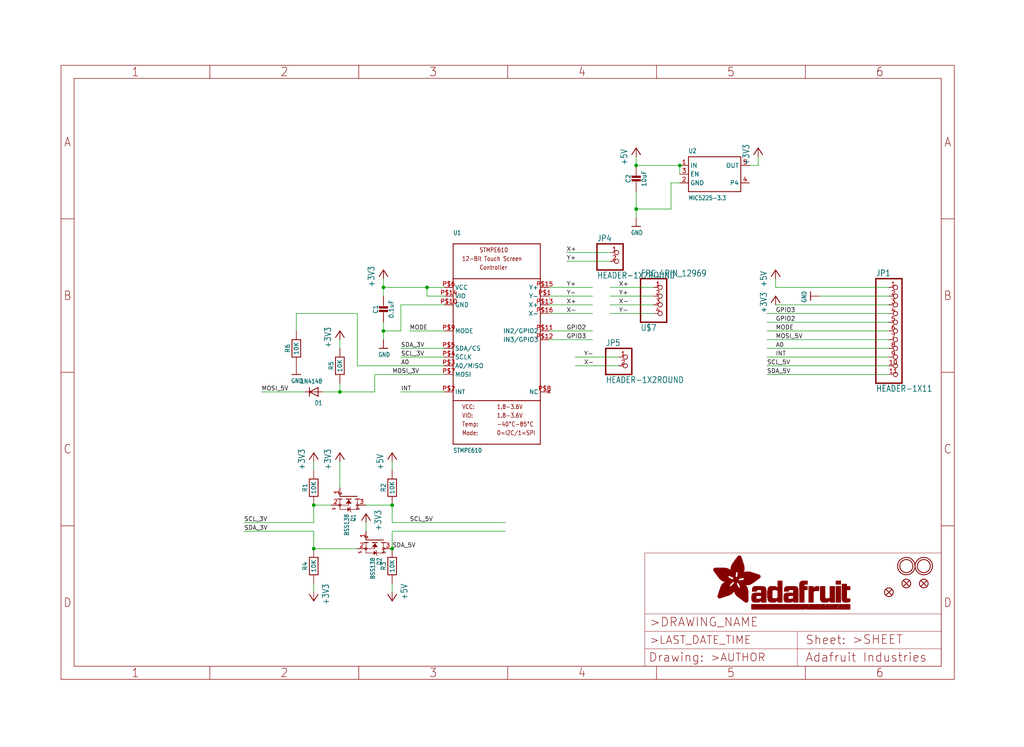
<source format=kicad_sch>
(kicad_sch (version 20211123) (generator eeschema)
  (paper "User" 298.45 217.881)
  (lib_symbols
    (symbol "eagleSchem-eagle-import:+3V3" (power)
      (property "Value" "+3V3" (at -2.54 -5.08 90))
      (symbol "+3V3_1_0"
        (pin power_in line (at 0 -2.54 90) (length 2.54) (name "+3V3") (number "1"))
      )
    )
    (symbol "eagleSchem-eagle-import:+5V" (power)
      (property "Value" "+5V" (at -2.54 -5.08 90))
      (symbol "+5V_1_0"
        (pin power_in line (at 0 -2.54 90) (length 2.54) (name "+5V") (number "1"))
      )
    )
    (symbol "eagleSchem-eagle-import:CAP_CERAMIC0805-NOOUTLINE"
      (property "Reference" "C" (at -2.29 1.25 90))
      (property "Value" "CAP_CERAMIC0805-NOOUTLINE" (at 2.3 1.25 90))
      (symbol "CAP_CERAMIC0805-NOOUTLINE_1_0"
        (pin passive line (at 0 5.08 270) (length 2.54) (name "1") (number "1"))
        (pin passive line (at 0 -2.54 90) (length 2.54) (name "2") (number "2"))
      )
    )
    (symbol "eagleSchem-eagle-import:DIODESOD-323F"
      (property "Reference" "D" (at -2.54 2.54 0))
      (property "Value" "DIODESOD-323F" (at -2.54 -3.81 0))
      (symbol "DIODESOD-323F_1_0"
        (pin passive line (at -2.54 0 0) (length 2.54) (name "A") (number "A"))
        (pin passive line (at 2.54 0 180) (length 2.54) (name "C") (number "C"))
      )
    )
    (symbol "eagleSchem-eagle-import:FIDUCIAL{dblquote}{dblquote}")
    (symbol "eagleSchem-eagle-import:FPC_4PIN_12969"
      (property "Value" "FPC_4PIN_12969" (at -6.35 -7.62 0))
      (symbol "FPC_4PIN_12969_1_0"
        (pin passive inverted (at -2.54 -2.54 0) (length 2.54) (name "4") (number "1"))
        (pin passive inverted (at -2.54 0 0) (length 2.54) (name "3") (number "2"))
        (pin passive inverted (at -2.54 2.54 0) (length 2.54) (name "2") (number "3"))
        (pin passive inverted (at -2.54 5.08 0) (length 2.54) (name "1") (number "4"))
      )
    )
    (symbol "eagleSchem-eagle-import:FRAME_A4_ADAFRUIT"
      (symbol "FRAME_A4_ADAFRUIT_1_0"
        (text "1" (at 21.6958 1.905 0) (effects (font (size 2.54 2.286))))
        (text "1" (at 21.6958 177.165 0) (effects (font (size 2.54 2.286))))
        (text "2" (at 65.0875 1.905 0) (effects (font (size 2.54 2.286))))
        (text "2" (at 65.0875 177.165 0) (effects (font (size 2.54 2.286))))
        (text "3" (at 108.4792 1.905 0) (effects (font (size 2.54 2.286))))
        (text "3" (at 108.4792 177.165 0) (effects (font (size 2.54 2.286))))
        (text "4" (at 151.8708 1.905 0) (effects (font (size 2.54 2.286))))
        (text "4" (at 151.8708 177.165 0) (effects (font (size 2.54 2.286))))
        (text "5" (at 195.2625 1.905 0) (effects (font (size 2.54 2.286))))
        (text "5" (at 195.2625 177.165 0) (effects (font (size 2.54 2.286))))
        (text "6" (at 238.6542 1.905 0) (effects (font (size 2.54 2.286))))
        (text "6" (at 238.6542 177.165 0) (effects (font (size 2.54 2.286))))
        (text ">AUTHOR" (at 189.23 5.08 0) (effects (font (size 2.286 2.286)) (justify left bottom)))
        (text ">DRAWING_NAME" (at 171.45 15.24 0) (effects (font (size 2.54 2.54)) (justify left bottom)))
        (text ">LAST_DATE_TIME" (at 171.45 10.16 0) (effects (font (size 2.286 2.286)) (justify left bottom)))
        (text ">SHEET" (at 230.505 10.16 0) (effects (font (size 2.54 2.54)) (justify left bottom)))
        (text "A" (at 1.905 156.6863 0) (effects (font (size 2.54 2.286))))
        (text "A" (at 258.445 156.6863 0) (effects (font (size 2.54 2.286))))
        (text "Adafruit Industries" (at 216.916 4.953 0) (effects (font (size 2.54 2.54)) (justify left bottom)))
        (text "B" (at 1.905 111.9188 0) (effects (font (size 2.54 2.286))))
        (text "B" (at 258.445 111.9188 0) (effects (font (size 2.54 2.286))))
        (text "C" (at 1.905 67.1513 0) (effects (font (size 2.54 2.286))))
        (text "C" (at 258.445 67.1513 0) (effects (font (size 2.54 2.286))))
        (text "D" (at 1.905 22.3838 0) (effects (font (size 2.54 2.286))))
        (text "D" (at 258.445 22.3838 0) (effects (font (size 2.54 2.286))))
        (text "Drawing:" (at 171.196 4.953 0) (effects (font (size 2.54 2.54)) (justify left bottom)))
        (text "Sheet:" (at 216.916 10.033 0) (effects (font (size 2.54 2.54)) (justify left bottom)))
      )
    )
    (symbol "eagleSchem-eagle-import:GND" (power)
      (property "Value" "GND" (at -1.524 -2.54 0))
      (symbol "GND_1_0"
        (pin power_in line (at 0 2.54 270) (length 2.54) (name "GND") (number "1"))
      )
    )
    (symbol "eagleSchem-eagle-import:HEADER-1X11"
      (property "Reference" "JP" (at -6.35 15.875 0))
      (property "Value" "HEADER-1X11" (at -6.35 -17.78 0))
      (symbol "HEADER-1X11_1_0"
        (pin passive inverted (at -2.54 12.7 0) (length 2.54) (name "1") (number "1"))
        (pin passive inverted (at -2.54 -10.16 0) (length 2.54) (name "10") (number "10"))
        (pin passive inverted (at -2.54 -12.7 0) (length 2.54) (name "11") (number "11"))
        (pin passive inverted (at -2.54 10.16 0) (length 2.54) (name "2") (number "2"))
        (pin passive inverted (at -2.54 7.62 0) (length 2.54) (name "3") (number "3"))
        (pin passive inverted (at -2.54 5.08 0) (length 2.54) (name "4") (number "4"))
        (pin passive inverted (at -2.54 2.54 0) (length 2.54) (name "5") (number "5"))
        (pin passive inverted (at -2.54 0 0) (length 2.54) (name "6") (number "6"))
        (pin passive inverted (at -2.54 -2.54 0) (length 2.54) (name "7") (number "7"))
        (pin passive inverted (at -2.54 -5.08 0) (length 2.54) (name "8") (number "8"))
        (pin passive inverted (at -2.54 -7.62 0) (length 2.54) (name "9") (number "9"))
      )
    )
    (symbol "eagleSchem-eagle-import:HEADER-1X2ROUND"
      (property "Reference" "JP" (at -6.35 5.715 0))
      (property "Value" "HEADER-1X2ROUND" (at -6.35 -5.08 0))
      (symbol "HEADER-1X2ROUND_1_0"
        (pin passive inverted (at -2.54 2.54 0) (length 2.54) (name "1") (number "1"))
        (pin passive inverted (at -2.54 0 0) (length 2.54) (name "2") (number "2"))
      )
    )
    (symbol "eagleSchem-eagle-import:MOSFET-NREFLOW"
      (property "Reference" "Q" (at 5.08 0.635 0))
      (property "Value" "MOSFET-NREFLOW" (at 5.08 -1.27 0))
      (symbol "MOSFET-NREFLOW_1_0"
        (text "D" (at 3.175 3.175 0) (effects (font (size 0.8128 0.6908)) (justify left bottom)))
        (text "G" (at -1.27 -1.905 0) (effects (font (size 0.8128 0.6908)) (justify left bottom)))
        (text "S" (at 3.175 -3.81 0) (effects (font (size 0.8128 0.6908)) (justify left bottom)))
        (pin bidirectional line (at -2.54 -2.54 0) (length 2.54) (name "G") (number "1"))
        (pin bidirectional line (at 2.54 -5.08 90) (length 2.54) (name "S") (number "2"))
        (pin bidirectional line (at 2.54 5.08 270) (length 2.54) (name "D") (number "3"))
      )
    )
    (symbol "eagleSchem-eagle-import:MOUNTINGHOLE2.5")
    (symbol "eagleSchem-eagle-import:RESISTOR0805_NOOUTLINE"
      (property "Reference" "R" (at 0 2.54 0))
      (property "Value" "RESISTOR0805_NOOUTLINE" (at 0 0 0))
      (symbol "RESISTOR0805_NOOUTLINE_1_0"
        (pin passive line (at -5.08 0 0) (length 2.54) (name "1") (number "1"))
        (pin passive line (at 5.08 0 180) (length 2.54) (name "2") (number "2"))
      )
    )
    (symbol "eagleSchem-eagle-import:STMPE610"
      (property "Reference" "U" (at -12.7 33.02 0))
      (property "Value" "STMPE610" (at -12.7 -30.48 0))
      (symbol "STMPE610_1_0"
        (text "-40°C-85°C" (at 0 -22.86 0) (effects (font (size 1.27 1.0795)) (justify left bottom)))
        (text "0=I2C/1=SPI" (at 0 -25.4 0) (effects (font (size 1.27 1.0795)) (justify left bottom)))
        (text "1.8-3.6V" (at 0 -20.32 0) (effects (font (size 1.27 1.0795)) (justify left bottom)))
        (text "1.8-3.6V" (at 0 -17.78 0) (effects (font (size 1.27 1.0795)) (justify left bottom)))
        (text "12-Bit Touch Screen" (at -10.16 25.4 0) (effects (font (size 1.27 1.0795)) (justify left bottom)))
        (text "Controller" (at -5.08 22.86 0) (effects (font (size 1.27 1.0795)) (justify left bottom)))
        (text "Mode:" (at -10.16 -25.4 0) (effects (font (size 1.27 1.0795)) (justify left bottom)))
        (text "STMPE610" (at -5.08 27.94 0) (effects (font (size 1.27 1.0795)) (justify left bottom)))
        (text "Temp:" (at -10.16 -22.86 0) (effects (font (size 1.27 1.0795)) (justify left bottom)))
        (text "VCC:" (at -10.16 -17.78 0) (effects (font (size 1.27 1.0795)) (justify left bottom)))
        (text "VIO:" (at -10.16 -20.32 0) (effects (font (size 1.27 1.0795)) (justify left bottom)))
        (pin input line (at 15.24 15.24 180) (length 2.54) (name "Y-") (number "P$1"))
        (pin power_in line (at -15.24 12.7 0) (length 2.54) (name "GND") (number "P$10"))
        (pin bidirectional line (at 15.24 5.08 180) (length 2.54) (name "IN2/GPIO2") (number "P$11"))
        (pin bidirectional line (at 15.24 2.54 180) (length 2.54) (name "IN3/GPIO3") (number "P$12"))
        (pin input line (at 15.24 12.7 180) (length 2.54) (name "X+") (number "P$13"))
        (pin power_in line (at -15.24 15.24 0) (length 2.54) (name "VIO") (number "P$14"))
        (pin input line (at 15.24 17.78 180) (length 2.54) (name "Y+") (number "P$15"))
        (pin input line (at 15.24 10.16 180) (length 2.54) (name "X-") (number "P$16"))
        (pin output line (at -15.24 -12.7 0) (length 2.54) (name "INT") (number "P$2"))
        (pin bidirectional line (at -15.24 -5.08 0) (length 2.54) (name "A0/MISO") (number "P$3"))
        (pin bidirectional line (at -15.24 -2.54 0) (length 2.54) (name "SCLK") (number "P$4"))
        (pin bidirectional line (at -15.24 0 0) (length 2.54) (name "SDA/CS") (number "P$5"))
        (pin power_in line (at -15.24 17.78 0) (length 2.54) (name "VCC") (number "P$6"))
        (pin input line (at -15.24 -7.62 0) (length 2.54) (name "MOSI") (number "P$7"))
        (pin no_connect line (at 15.24 -12.7 180) (length 2.54) (name "NC") (number "P$8"))
        (pin input line (at -15.24 5.08 0) (length 2.54) (name "MODE") (number "P$9"))
      )
    )
    (symbol "eagleSchem-eagle-import:VREG_SOT23-5"
      (property "Reference" "U" (at -7.62 6.096 0))
      (property "Value" "VREG_SOT23-5" (at -7.62 -7.62 0))
      (symbol "VREG_SOT23-5_1_0"
        (pin power_in line (at -10.16 2.54 0) (length 2.54) (name "IN") (number "1"))
        (pin power_in line (at -10.16 -2.54 0) (length 2.54) (name "GND") (number "2"))
        (pin input line (at -10.16 0 0) (length 2.54) (name "EN") (number "3"))
        (pin bidirectional line (at 10.16 -2.54 180) (length 2.54) (name "P4") (number "4"))
        (pin power_in line (at 10.16 2.54 180) (length 2.54) (name "OUT") (number "5"))
      )
    )
  )
  (junction (at 91.44 160.02))
  (junction (at 99.06 114.3))
  (junction (at 185.42 48.26))
  (junction (at 111.76 96.52))
  (junction (at 198.12 48.26))
  (junction (at 91.44 147.32))
  (junction (at 185.42 60.96))
  (junction (at 114.3 160.02))
  (junction (at 111.76 83.82))
  (junction (at 114.3 147.32))
  (junction (at 124.46 83.82))
  (wire (pts (xy 238.76 86.36) (xy 259.08 86.36)))
  (wire (pts (xy 160.02 88.9) (xy 172.72 88.9)))
  (wire (pts (xy 99.06 114.3) (xy 99.06 111.76)))
  (wire (pts (xy 165.1 73.66) (xy 177.8 73.66)))
  (wire (pts (xy 226.06 83.82) (xy 259.08 83.82)))
  (wire (pts (xy 111.76 81.28) (xy 111.76 83.82)))
  (wire (pts (xy 91.44 152.4) (xy 91.44 147.32)))
  (wire (pts (xy 165.1 76.2) (xy 177.8 76.2)))
  (wire (pts (xy 167.64 106.68) (xy 180.34 106.68)))
  (wire (pts (xy 160.02 86.36) (xy 172.72 86.36)))
  (wire (pts (xy 129.54 83.82) (xy 124.46 83.82)))
  (wire (pts (xy 167.64 104.14) (xy 180.34 104.14)))
  (wire (pts (xy 195.58 60.96) (xy 185.42 60.96)))
  (wire (pts (xy 91.44 134.62) (xy 91.44 137.16)))
  (wire (pts (xy 104.14 160.02) (xy 91.44 160.02)))
  (wire (pts (xy 198.12 53.34) (xy 195.58 53.34)))
  (wire (pts (xy 160.02 83.82) (xy 172.72 83.82)))
  (wire (pts (xy 91.44 152.4) (xy 71.12 152.4)))
  (wire (pts (xy 91.44 172.72) (xy 91.44 170.18)))
  (wire (pts (xy 109.22 109.22) (xy 109.22 114.3)))
  (wire (pts (xy 114.3 147.32) (xy 114.3 152.4)))
  (wire (pts (xy 104.14 106.68) (xy 129.54 106.68)))
  (wire (pts (xy 198.12 48.26) (xy 185.42 48.26)))
  (wire (pts (xy 124.46 83.82) (xy 111.76 83.82)))
  (wire (pts (xy 147.32 154.94) (xy 114.3 154.94)))
  (wire (pts (xy 86.36 96.52) (xy 86.36 91.44)))
  (wire (pts (xy 190.5 83.82) (xy 177.8 83.82)))
  (wire (pts (xy 114.3 160.02) (xy 114.3 154.94)))
  (wire (pts (xy 223.52 106.68) (xy 259.08 106.68)))
  (wire (pts (xy 218.44 48.26) (xy 220.98 48.26)))
  (wire (pts (xy 185.42 45.72) (xy 185.42 48.26)))
  (wire (pts (xy 160.02 91.44) (xy 172.72 91.44)))
  (wire (pts (xy 220.98 48.26) (xy 220.98 45.72)))
  (wire (pts (xy 198.12 50.8) (xy 198.12 48.26)))
  (wire (pts (xy 160.02 96.52) (xy 172.72 96.52)))
  (wire (pts (xy 99.06 101.6) (xy 99.06 99.06)))
  (wire (pts (xy 129.54 104.14) (xy 116.84 104.14)))
  (wire (pts (xy 223.52 96.52) (xy 259.08 96.52)))
  (wire (pts (xy 223.52 109.22) (xy 259.08 109.22)))
  (wire (pts (xy 129.54 101.6) (xy 116.84 101.6)))
  (wire (pts (xy 93.98 114.3) (xy 99.06 114.3)))
  (wire (pts (xy 91.44 160.02) (xy 91.44 154.94)))
  (wire (pts (xy 99.06 142.24) (xy 99.06 134.62)))
  (wire (pts (xy 185.42 60.96) (xy 185.42 55.88)))
  (wire (pts (xy 129.54 114.3) (xy 116.84 114.3)))
  (wire (pts (xy 129.54 96.52) (xy 119.38 96.52)))
  (wire (pts (xy 111.76 96.52) (xy 111.76 99.06)))
  (wire (pts (xy 124.46 86.36) (xy 124.46 83.82)))
  (wire (pts (xy 223.52 104.14) (xy 259.08 104.14)))
  (wire (pts (xy 185.42 60.96) (xy 185.42 63.5)))
  (wire (pts (xy 129.54 109.22) (xy 109.22 109.22)))
  (wire (pts (xy 223.52 91.44) (xy 259.08 91.44)))
  (wire (pts (xy 111.76 93.98) (xy 111.76 96.52)))
  (wire (pts (xy 226.06 88.9) (xy 259.08 88.9)))
  (wire (pts (xy 71.12 154.94) (xy 91.44 154.94)))
  (wire (pts (xy 106.68 147.32) (xy 114.3 147.32)))
  (wire (pts (xy 129.54 86.36) (xy 124.46 86.36)))
  (wire (pts (xy 114.3 172.72) (xy 114.3 170.18)))
  (wire (pts (xy 190.5 91.44) (xy 177.8 91.44)))
  (wire (pts (xy 195.58 53.34) (xy 195.58 60.96)))
  (wire (pts (xy 129.54 88.9) (xy 116.84 88.9)))
  (wire (pts (xy 104.14 91.44) (xy 104.14 106.68)))
  (wire (pts (xy 223.52 101.6) (xy 259.08 101.6)))
  (wire (pts (xy 160.02 99.06) (xy 172.72 99.06)))
  (wire (pts (xy 114.3 152.4) (xy 147.32 152.4)))
  (wire (pts (xy 226.06 81.28) (xy 226.06 83.82)))
  (wire (pts (xy 109.22 114.3) (xy 99.06 114.3)))
  (wire (pts (xy 177.8 88.9) (xy 190.5 88.9)))
  (wire (pts (xy 116.84 96.52) (xy 111.76 96.52)))
  (wire (pts (xy 114.3 134.62) (xy 114.3 137.16)))
  (wire (pts (xy 88.9 114.3) (xy 76.2 114.3)))
  (wire (pts (xy 86.36 91.44) (xy 104.14 91.44)))
  (wire (pts (xy 190.5 86.36) (xy 177.8 86.36)))
  (wire (pts (xy 223.52 93.98) (xy 259.08 93.98)))
  (wire (pts (xy 223.52 99.06) (xy 259.08 99.06)))
  (wire (pts (xy 116.84 88.9) (xy 116.84 96.52)))
  (wire (pts (xy 106.68 152.4) (xy 106.68 154.94)))
  (wire (pts (xy 91.44 147.32) (xy 96.52 147.32)))
  (wire (pts (xy 111.76 83.82) (xy 111.76 86.36)))
  (label "SCL_3V" (at 116.84 104.14 0) (effects (font (size 1.2446 1.2446))))
  (label "MODE" (at 226.06 96.52 0) (effects (font (size 1.2446 1.2446))))
  (label "MOSI_5V" (at 76.2 114.3 0) (effects (font (size 1.2446 1.2446))))
  (label "X-" (at 165.1 91.44 0) (effects (font (size 1.2446 1.2446))))
  (label "Y-" (at 170.18 104.14 0) (effects (font (size 1.2446 1.2446))))
  (label "SCL_3V" (at 71.12 152.4 0) (effects (font (size 1.2446 1.2446))))
  (label "X+" (at 165.1 88.9 0) (effects (font (size 1.2446 1.2446))))
  (label "SCL_5V" (at 119.38 152.4 0) (effects (font (size 1.2446 1.2446))))
  (label "INT" (at 116.84 114.3 0) (effects (font (size 1.2446 1.2446))))
  (label "Y+" (at 180.34 86.36 0) (effects (font (size 1.2446 1.2446))))
  (label "X-" (at 180.34 88.9 0) (effects (font (size 1.2446 1.2446))))
  (label "GPIO2" (at 165.1 96.52 0) (effects (font (size 1.2446 1.2446))))
  (label "Y-" (at 180.34 91.44 0) (effects (font (size 1.2446 1.2446))))
  (label "SDA_3V" (at 116.84 101.6 0) (effects (font (size 1.2446 1.2446))))
  (label "SDA_5V" (at 223.52 109.22 0) (effects (font (size 1.2446 1.2446))))
  (label "INT" (at 226.06 104.14 0) (effects (font (size 1.2446 1.2446))))
  (label "MOSI_3V" (at 114.3 109.22 0) (effects (font (size 1.2446 1.2446))))
  (label "Y-" (at 165.1 86.36 0) (effects (font (size 1.2446 1.2446))))
  (label "GPIO2" (at 226.06 93.98 0) (effects (font (size 1.2446 1.2446))))
  (label "Y+" (at 165.1 83.82 0) (effects (font (size 1.2446 1.2446))))
  (label "SCL_5V" (at 223.52 106.68 0) (effects (font (size 1.2446 1.2446))))
  (label "SDA_5V" (at 114.3 160.02 0) (effects (font (size 1.2446 1.2446))))
  (label "X+" (at 165.1 73.66 0) (effects (font (size 1.2446 1.2446))))
  (label "GPIO3" (at 165.1 99.06 0) (effects (font (size 1.2446 1.2446))))
  (label "GPIO3" (at 226.06 91.44 0) (effects (font (size 1.2446 1.2446))))
  (label "MODE" (at 119.38 96.52 0) (effects (font (size 1.2446 1.2446))))
  (label "X+" (at 180.34 83.82 0) (effects (font (size 1.2446 1.2446))))
  (label "SDA_3V" (at 71.12 154.94 0) (effects (font (size 1.2446 1.2446))))
  (label "A0" (at 116.84 106.68 0) (effects (font (size 1.2446 1.2446))))
  (label "Y+" (at 165.1 76.2 0) (effects (font (size 1.2446 1.2446))))
  (label "X-" (at 170.18 106.68 0) (effects (font (size 1.2446 1.2446))))
  (label "MOSI_5V" (at 226.06 99.06 0) (effects (font (size 1.2446 1.2446))))
  (label "A0" (at 226.06 101.6 0) (effects (font (size 1.2446 1.2446))))
  (symbol (lib_id "eagleSchem-eagle-import:RESISTOR0805_NOOUTLINE") (at 114.3 142.24 90) (unit 1)
    (property "Reference" "R2" (at 111.76 142.24 0))
    (property "Value" "10K" (at 114.3 142.24 0))
    (property "Footprint" "eagleSchem:0805-NO" (effects hide))
  )
  (symbol (lib_id "eagleSchem-eagle-import:+3V3") (at 91.44 175.26 180) (unit 1)
    (property "Reference" "#+3V5" (effects hide))
    (property "Value" "+3V3" (at 93.98 170.18 90) (effects (font (size 1.778 1.5113)) (justify left bottom)))
    (property "Footprint" "eagleSchem:" (effects hide))
  )
  (symbol (lib_id "eagleSchem-eagle-import:GND") (at 111.76 101.6 0) (unit 1)
    (property "Reference" "#U$3" (effects hide))
    (property "Value" "GND" (at 110.236 104.14 0) (effects (font (size 1.27 1.0795)) (justify left bottom)))
    (property "Footprint" "eagleSchem:" (effects hide))
  )
  (symbol (lib_id "eagleSchem-eagle-import:+5V") (at 114.3 175.26 180) (unit 1)
    (property "Reference" "#P+4" (effects hide))
    (property "Value" "+5V" (at 116.84 170.18 90) (effects (font (size 1.778 1.5113)) (justify left bottom)))
    (property "Footprint" "eagleSchem:" (effects hide))
  )
  (symbol (lib_id "eagleSchem-eagle-import:MOSFET-NREFLOW") (at 109.22 157.48 270) (unit 1)
    (property "Reference" "Q2" (at 109.855 162.56 0) (effects (font (size 1.27 1.0795)) (justify left bottom)))
    (property "Value" "BSS138" (at 107.95 162.56 0) (effects (font (size 1.27 1.0795)) (justify left bottom)))
    (property "Footprint" "eagleSchem:SOT23" (effects hide))
  )
  (symbol (lib_id "eagleSchem-eagle-import:VREG_SOT23-5") (at 208.28 50.8 0) (unit 1)
    (property "Reference" "U2" (at 200.66 44.704 0) (effects (font (size 1.27 1.0795)) (justify left bottom)))
    (property "Value" "MIC5225-3.3" (at 200.66 58.42 0) (effects (font (size 1.27 1.0795)) (justify left bottom)))
    (property "Footprint" "eagleSchem:SOT23-5" (effects hide))
  )
  (symbol (lib_id "eagleSchem-eagle-import:+3V3") (at 226.06 86.36 0) (unit 1)
    (property "Reference" "#+3V8" (effects hide))
    (property "Value" "+3V3" (at 223.52 91.44 90) (effects (font (size 1.778 1.5113)) (justify left bottom)))
    (property "Footprint" "eagleSchem:" (effects hide))
  )
  (symbol (lib_id "eagleSchem-eagle-import:FPC_4PIN_12969") (at 193.04 86.36 0) (mirror x) (unit 1)
    (property "Reference" "U$7" (at 186.69 94.615 0) (effects (font (size 1.778 1.5113)) (justify left bottom)))
    (property "Value" "FPC_4PIN_12969" (at 186.69 78.74 0) (effects (font (size 1.778 1.5113)) (justify left bottom)))
    (property "Footprint" "eagleSchem:FPC_CONN_1MM_DUAL_4P" (effects hide))
  )
  (symbol (lib_id "eagleSchem-eagle-import:+3V3") (at 99.06 132.08 0) (unit 1)
    (property "Reference" "#+3V2" (effects hide))
    (property "Value" "+3V3" (at 96.52 137.16 90) (effects (font (size 1.778 1.5113)) (justify left bottom)))
    (property "Footprint" "eagleSchem:" (effects hide))
  )
  (symbol (lib_id "eagleSchem-eagle-import:RESISTOR0805_NOOUTLINE") (at 99.06 106.68 90) (unit 1)
    (property "Reference" "R5" (at 96.52 106.68 0))
    (property "Value" "10K" (at 99.06 106.68 0))
    (property "Footprint" "eagleSchem:0805-NO" (effects hide))
  )
  (symbol (lib_id "eagleSchem-eagle-import:MOUNTINGHOLE2.5") (at 264.16 165.1 0) (unit 1)
    (property "Reference" "U$5" (effects hide))
    (property "Value" "MOUNTINGHOLE2.5" (effects hide))
    (property "Footprint" "eagleSchem:MOUNTINGHOLE_2.5_PLATED" (effects hide))
  )
  (symbol (lib_id "eagleSchem-eagle-import:+5V") (at 114.3 132.08 0) (unit 1)
    (property "Reference" "#P+3" (effects hide))
    (property "Value" "+5V" (at 111.76 137.16 90) (effects (font (size 1.778 1.5113)) (justify left bottom)))
    (property "Footprint" "eagleSchem:" (effects hide))
  )
  (symbol (lib_id "eagleSchem-eagle-import:RESISTOR0805_NOOUTLINE") (at 114.3 165.1 90) (unit 1)
    (property "Reference" "R3" (at 111.76 165.1 0))
    (property "Value" "10K" (at 114.3 165.1 0))
    (property "Footprint" "eagleSchem:0805-NO" (effects hide))
  )
  (symbol (lib_id "eagleSchem-eagle-import:CAP_CERAMIC0805-NOOUTLINE") (at 185.42 53.34 0) (unit 1)
    (property "Reference" "C2" (at 183.13 52.09 90))
    (property "Value" "10uF" (at 187.72 52.09 90))
    (property "Footprint" "eagleSchem:0805-NO" (effects hide))
  )
  (symbol (lib_id "eagleSchem-eagle-import:DIODESOD-323F") (at 91.44 114.3 180) (unit 1)
    (property "Reference" "D1" (at 93.98 116.84 0) (effects (font (size 1.27 1.0795)) (justify left bottom)))
    (property "Value" "1N4148" (at 93.98 110.49 0) (effects (font (size 1.27 1.0795)) (justify left bottom)))
    (property "Footprint" "eagleSchem:SOD-323F" (effects hide))
  )
  (symbol (lib_id "eagleSchem-eagle-import:HEADER-1X11") (at 261.62 96.52 0) (unit 1)
    (property "Reference" "JP1" (at 255.27 80.645 0) (effects (font (size 1.778 1.5113)) (justify left bottom)))
    (property "Value" "HEADER-1X11" (at 255.27 114.3 0) (effects (font (size 1.778 1.5113)) (justify left bottom)))
    (property "Footprint" "eagleSchem:1X11_ROUND" (effects hide))
  )
  (symbol (lib_id "eagleSchem-eagle-import:+3V3") (at 220.98 43.18 0) (unit 1)
    (property "Reference" "#+3V6" (effects hide))
    (property "Value" "+3V3" (at 218.44 48.26 90) (effects (font (size 1.778 1.5113)) (justify left bottom)))
    (property "Footprint" "eagleSchem:" (effects hide))
  )
  (symbol (lib_id "eagleSchem-eagle-import:FIDUCIAL{dblquote}{dblquote}") (at 259.08 172.72 0) (unit 1)
    (property "Reference" "FID3" (effects hide))
    (property "Value" "FIDUCIAL{dblquote}{dblquote}" (effects hide))
    (property "Footprint" "eagleSchem:FIDUCIAL_1MM" (effects hide))
    (property "Value" "FIDUCIAL{dblquote}{dblquote}" (effects hide))
  )
  (symbol (lib_id "eagleSchem-eagle-import:+5V") (at 226.06 78.74 0) (unit 1)
    (property "Reference" "#P+2" (effects hide))
    (property "Value" "+5V" (at 223.52 83.82 90) (effects (font (size 1.778 1.5113)) (justify left bottom)))
    (property "Footprint" "eagleSchem:" (effects hide))
  )
  (symbol (lib_id "eagleSchem-eagle-import:STMPE610") (at 144.78 101.6 0) (unit 1)
    (property "Reference" "U1" (at 132.08 68.58 0) (effects (font (size 1.27 1.0795)) (justify left bottom)))
    (property "Value" "STMPE610" (at 132.08 132.08 0) (effects (font (size 1.27 1.0795)) (justify left bottom)))
    (property "Footprint" "eagleSchem:QFN16_3MM" (effects hide))
  )
  (symbol (lib_id "eagleSchem-eagle-import:FIDUCIAL{dblquote}{dblquote}") (at 264.16 170.18 0) (unit 1)
    (property "Reference" "FID2" (effects hide))
    (property "Value" "FIDUCIAL{dblquote}{dblquote}" (effects hide))
    (property "Footprint" "eagleSchem:FIDUCIAL_1MM" (effects hide))
  )
  (symbol (lib_id "eagleSchem-eagle-import:MOSFET-NREFLOW") (at 101.6 144.78 270) (unit 1)
    (property "Reference" "Q1" (at 102.235 149.86 0) (effects (font (size 1.27 1.0795)) (justify left bottom)))
    (property "Value" "BSS138" (at 100.33 149.86 0) (effects (font (size 1.27 1.0795)) (justify left bottom)))
    (property "Footprint" "eagleSchem:SOT23" (effects hide))
  )
  (symbol (lib_id "eagleSchem-eagle-import:+3V3") (at 99.06 96.52 0) (unit 1)
    (property "Reference" "#+3V7" (effects hide))
    (property "Value" "+3V3" (at 96.52 101.6 90) (effects (font (size 1.778 1.5113)) (justify left bottom)))
    (property "Footprint" "eagleSchem:" (effects hide))
  )
  (symbol (lib_id "eagleSchem-eagle-import:GND") (at 236.22 86.36 270) (unit 1)
    (property "Reference" "#U$11" (effects hide))
    (property "Value" "GND" (at 233.68 84.836 0) (effects (font (size 1.27 1.0795)) (justify left bottom)))
    (property "Footprint" "eagleSchem:" (effects hide))
  )
  (symbol (lib_id "eagleSchem-eagle-import:FRAME_A4_ADAFRUIT") (at 17.78 198.12 0) (unit 1)
    (property "Reference" "#U$1" (effects hide))
    (property "Value" "FRAME_A4_ADAFRUIT" (effects hide))
    (property "Footprint" "eagleSchem:" (effects hide))
  )
  (symbol (lib_id "eagleSchem-eagle-import:MOUNTINGHOLE2.5") (at 269.24 165.1 0) (unit 1)
    (property "Reference" "U$4" (effects hide))
    (property "Value" "MOUNTINGHOLE2.5" (effects hide))
    (property "Footprint" "eagleSchem:MOUNTINGHOLE_2.5_PLATED" (effects hide))
  )
  (symbol (lib_id "eagleSchem-eagle-import:+3V3") (at 91.44 132.08 0) (unit 1)
    (property "Reference" "#+3V4" (effects hide))
    (property "Value" "+3V3" (at 88.9 137.16 90) (effects (font (size 1.778 1.5113)) (justify left bottom)))
    (property "Footprint" "eagleSchem:" (effects hide))
  )
  (symbol (lib_id "eagleSchem-eagle-import:+3V3") (at 106.68 149.86 0) (mirror y) (unit 1)
    (property "Reference" "#+3V3" (effects hide))
    (property "Value" "+3V3" (at 109.22 154.94 90) (effects (font (size 1.778 1.5113)) (justify left bottom)))
    (property "Footprint" "eagleSchem:" (effects hide))
  )
  (symbol (lib_id "eagleSchem-eagle-import:GND") (at 86.36 109.22 0) (unit 1)
    (property "Reference" "#U$9" (effects hide))
    (property "Value" "GND" (at 84.836 111.76 0) (effects (font (size 1.27 1.0795)) (justify left bottom)))
    (property "Footprint" "eagleSchem:" (effects hide))
  )
  (symbol (lib_id "eagleSchem-eagle-import:RESISTOR0805_NOOUTLINE") (at 91.44 165.1 90) (unit 1)
    (property "Reference" "R4" (at 88.9 165.1 0))
    (property "Value" "10K" (at 91.44 165.1 0))
    (property "Footprint" "eagleSchem:0805-NO" (effects hide))
  )
  (symbol (lib_id "eagleSchem-eagle-import:GND") (at 185.42 66.04 0) (unit 1)
    (property "Reference" "#U$13" (effects hide))
    (property "Value" "GND" (at 183.896 68.58 0) (effects (font (size 1.27 1.0795)) (justify left bottom)))
    (property "Footprint" "eagleSchem:" (effects hide))
  )
  (symbol (lib_id "eagleSchem-eagle-import:HEADER-1X2ROUND") (at 180.34 76.2 0) (unit 1)
    (property "Reference" "JP4" (at 173.99 70.485 0) (effects (font (size 1.778 1.5113)) (justify left bottom)))
    (property "Value" "HEADER-1X2ROUND" (at 173.99 81.28 0) (effects (font (size 1.778 1.5113)) (justify left bottom)))
    (property "Footprint" "eagleSchem:1X02_ROUND" (effects hide))
  )
  (symbol (lib_id "eagleSchem-eagle-import:HEADER-1X2ROUND") (at 182.88 106.68 0) (unit 1)
    (property "Reference" "JP5" (at 176.53 100.965 0) (effects (font (size 1.778 1.5113)) (justify left bottom)))
    (property "Value" "HEADER-1X2ROUND" (at 176.53 111.76 0) (effects (font (size 1.778 1.5113)) (justify left bottom)))
    (property "Footprint" "eagleSchem:1X02_ROUND" (effects hide))
  )
  (symbol (lib_id "eagleSchem-eagle-import:CAP_CERAMIC0805-NOOUTLINE") (at 111.76 91.44 0) (unit 1)
    (property "Reference" "C1" (at 109.47 90.19 90))
    (property "Value" "0.1uF" (at 114.06 90.19 90))
    (property "Footprint" "eagleSchem:0805-NO" (effects hide))
  )
  (symbol (lib_id "eagleSchem-eagle-import:+3V3") (at 111.76 78.74 0) (unit 1)
    (property "Reference" "#+3V1" (effects hide))
    (property "Value" "+3V3" (at 109.22 83.82 90) (effects (font (size 1.778 1.5113)) (justify left bottom)))
    (property "Footprint" "eagleSchem:" (effects hide))
  )
  (symbol (lib_id "eagleSchem-eagle-import:RESISTOR0805_NOOUTLINE") (at 86.36 101.6 90) (unit 1)
    (property "Reference" "R6" (at 83.82 101.6 0))
    (property "Value" "10K" (at 86.36 101.6 0))
    (property "Footprint" "eagleSchem:0805-NO" (effects hide))
  )
  (symbol (lib_id "eagleSchem-eagle-import:+5V") (at 185.42 43.18 0) (unit 1)
    (property "Reference" "#P+5" (effects hide))
    (property "Value" "+5V" (at 182.88 48.26 90) (effects (font (size 1.778 1.5113)) (justify left bottom)))
    (property "Footprint" "eagleSchem:" (effects hide))
  )
  (symbol (lib_id "eagleSchem-eagle-import:RESISTOR0805_NOOUTLINE") (at 91.44 142.24 90) (unit 1)
    (property "Reference" "R1" (at 88.9 142.24 0))
    (property "Value" "10K" (at 91.44 142.24 0))
    (property "Footprint" "eagleSchem:0805-NO" (effects hide))
  )
  (symbol (lib_id "eagleSchem-eagle-import:FIDUCIAL{dblquote}{dblquote}") (at 269.24 170.18 0) (unit 1)
    (property "Reference" "FID1" (effects hide))
    (property "Value" "FIDUCIAL{dblquote}{dblquote}" (effects hide))
    (property "Footprint" "eagleSchem:FIDUCIAL_1MM" (effects hide))
  )
)
</source>
